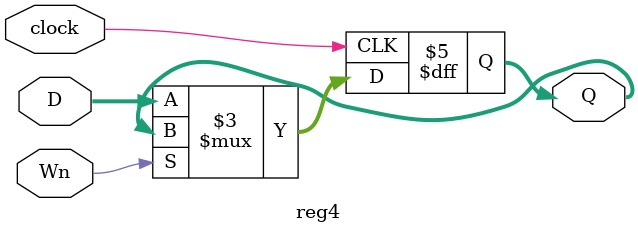
<source format=v>

module  processador(SW, KEY, LEDR);

input [4:0] SW;  // Dados de entrada do registrador
input [0:0] KEY; // Clock antigo
// input CLOCK_27;

output [3:0] LEDR; // Exibiçao dos bits do registrador 

wire [3:0] DBUS; // Ligaçao entre os switches e os bits do registrador
wire [3:0] RegAQ; // Ligacao entre a saida dos registradores e os LEDs
wire RegAWn, Clock, Clockn; 

assign LEDR [3:0] = RegAQ [3:0];
assign Clockn = !Clock, Clock = KEY[0];
assign RegAWn = SW[4];
assign DBUS[3:0] = SW[3:0];

reg4 AReg (DBUS, RegAWn, Clockn, RegAQ);

endmodule
	

module reg4 (D, Wn, clock, Q);

input [3:0] D;
input clock, Wn;

output reg [3:0] Q;

always @ (posedge clock)

	if (Wn==0)
		Q <= D;

endmodule
 
</source>
